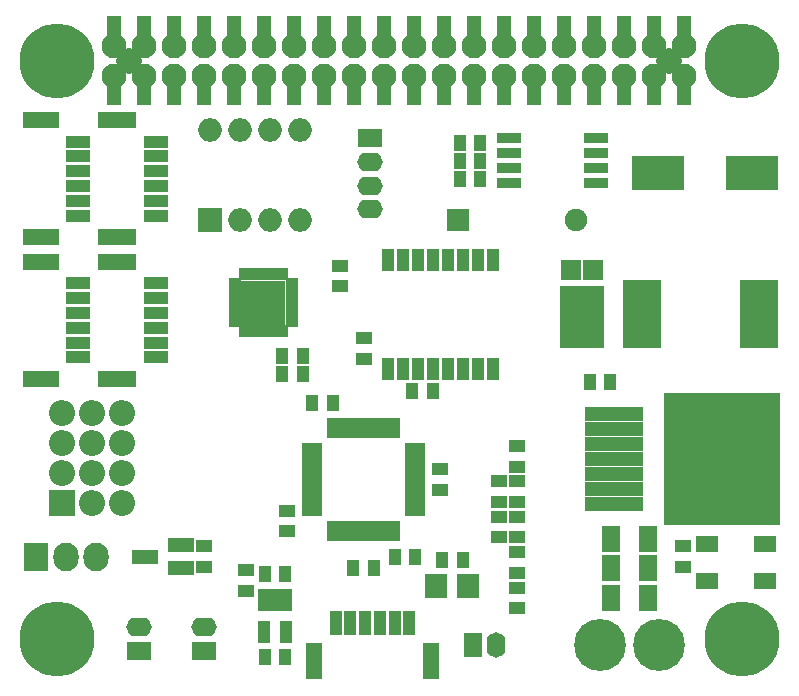
<source format=gbr>
G04 #@! TF.GenerationSoftware,KiCad,Pcbnew,5.0.0-rc2-dev-unknown-41ac458~64~ubuntu17.10.1*
G04 #@! TF.CreationDate,2018-04-19T23:44:08+03:00*
G04 #@! TF.ProjectId,obc-drone-hat,6F62632D64726F6E652D6861742E6B69,rev?*
G04 #@! TF.SameCoordinates,Original*
G04 #@! TF.FileFunction,Soldermask,Top*
G04 #@! TF.FilePolarity,Negative*
%FSLAX46Y46*%
G04 Gerber Fmt 4.6, Leading zero omitted, Abs format (unit mm)*
G04 Created by KiCad (PCBNEW 5.0.0-rc2-dev-unknown-41ac458~64~ubuntu17.10.1) date Thu Apr 19 23:44:08 2018*
%MOMM*%
%LPD*%
G01*
G04 APERTURE LIST*
%ADD10R,9.800000X11.200000*%
%ADD11R,5.000000X1.200000*%
%ADD12R,1.400000X1.070000*%
%ADD13R,1.070000X1.400000*%
%ADD14R,1.645000X2.200000*%
%ADD15R,4.400000X2.900000*%
%ADD16R,1.050000X1.960000*%
%ADD17R,2.150000X0.950000*%
%ADD18R,0.650000X1.700000*%
%ADD19R,1.700000X0.650000*%
%ADD20R,1.900000X0.800000*%
%ADD21R,1.900000X1.400000*%
%ADD22R,3.300000X5.800000*%
%ADD23O,2.000000X2.000000*%
%ADD24R,2.000000X2.000000*%
%ADD25R,1.400000X3.100000*%
%ADD26R,1.000000X2.100000*%
%ADD27R,3.200000X1.400000*%
%ADD28R,2.100000X1.000000*%
%ADD29O,2.130000X2.430000*%
%ADD30R,2.130000X2.430000*%
%ADD31O,1.600000X2.150000*%
%ADD32R,1.600000X2.150000*%
%ADD33O,2.150000X1.600000*%
%ADD34R,2.150000X1.600000*%
%ADD35R,2.300000X1.200000*%
%ADD36R,3.100000X1.400000*%
%ADD37R,3.850000X3.850000*%
%ADD38R,0.650000X1.100000*%
%ADD39R,1.100000X0.650000*%
%ADD40R,1.000000X1.900000*%
%ADD41R,3.760000X5.260000*%
%ADD42R,1.790000X1.800000*%
%ADD43C,6.350000*%
%ADD44O,2.200000X2.200000*%
%ADD45R,2.200000X2.200000*%
%ADD46C,2.180000*%
%ADD47R,1.289000X2.080000*%
%ADD48C,2.100000*%
%ADD49C,0.900000*%
%ADD50C,4.400000*%
%ADD51R,1.900000X1.900000*%
%ADD52C,1.900000*%
G04 APERTURE END LIST*
D10*
X189875000Y-121250000D03*
D11*
X180725000Y-125060000D03*
X180725000Y-123790000D03*
X180725000Y-122520000D03*
X180725000Y-121250000D03*
X180725000Y-119980000D03*
X180725000Y-118710000D03*
X180725000Y-117440000D03*
D12*
X171000000Y-126125000D03*
X171000000Y-127875000D03*
X171000000Y-124875000D03*
X171000000Y-123125000D03*
D13*
X156875000Y-116500000D03*
X155125000Y-116500000D03*
D12*
X166000000Y-123875000D03*
X166000000Y-122125000D03*
X153000000Y-125625000D03*
X153000000Y-127375000D03*
D13*
X162125000Y-129500000D03*
X163875000Y-129500000D03*
D12*
X186500000Y-128625000D03*
X186500000Y-130375000D03*
D13*
X151125000Y-138000000D03*
X152875000Y-138000000D03*
X151125000Y-131000000D03*
X152875000Y-131000000D03*
X154375000Y-114000000D03*
X152625000Y-114000000D03*
X154375000Y-112500000D03*
X152625000Y-112500000D03*
D12*
X159500000Y-111025000D03*
X159500000Y-112775000D03*
D13*
X180375000Y-114750000D03*
X178625000Y-114750000D03*
D14*
X183592500Y-133000000D03*
X180407500Y-133000000D03*
X183592500Y-130500000D03*
X180407500Y-130500000D03*
X183592500Y-128000000D03*
X180407500Y-128000000D03*
D15*
X184420000Y-97000000D03*
X192420000Y-97000000D03*
D16*
X152950000Y-135850000D03*
X151050000Y-135850000D03*
X151050000Y-133150000D03*
X152000000Y-133150000D03*
X152950000Y-133150000D03*
D17*
X171800000Y-97905000D03*
X171800000Y-96635000D03*
X171800000Y-95365000D03*
X171800000Y-94095000D03*
X179200000Y-94095000D03*
X179200000Y-95365000D03*
X179200000Y-96635000D03*
X179200000Y-97905000D03*
D18*
X162250000Y-127350000D03*
X161750000Y-127350000D03*
X161250000Y-127350000D03*
X160750000Y-127350000D03*
X160250000Y-127350000D03*
X159750000Y-127350000D03*
X159250000Y-127350000D03*
X158750000Y-127350000D03*
X158250000Y-127350000D03*
X157750000Y-127350000D03*
X157250000Y-127350000D03*
X156750000Y-127350000D03*
D19*
X155150000Y-125750000D03*
X155150000Y-125250000D03*
X155150000Y-124750000D03*
X155150000Y-124250000D03*
X155150000Y-123750000D03*
X155150000Y-123250000D03*
X155150000Y-122750000D03*
X155150000Y-122250000D03*
X155150000Y-121750000D03*
X155150000Y-121250000D03*
X155150000Y-120750000D03*
X155150000Y-120250000D03*
D18*
X156750000Y-118650000D03*
X157250000Y-118650000D03*
X157750000Y-118650000D03*
X158250000Y-118650000D03*
X158750000Y-118650000D03*
X159250000Y-118650000D03*
X159750000Y-118650000D03*
X160250000Y-118650000D03*
X160750000Y-118650000D03*
X161250000Y-118650000D03*
X161750000Y-118650000D03*
X162250000Y-118650000D03*
D19*
X163850000Y-120250000D03*
X163850000Y-120750000D03*
X163850000Y-121250000D03*
X163850000Y-121750000D03*
X163850000Y-122250000D03*
X163850000Y-122750000D03*
X163850000Y-123250000D03*
X163850000Y-123750000D03*
X163850000Y-124250000D03*
X163850000Y-124750000D03*
X163850000Y-125250000D03*
X163850000Y-125750000D03*
D20*
X168330000Y-131350000D03*
X168330000Y-132000000D03*
X168330000Y-132650000D03*
X165670000Y-132650000D03*
X165670000Y-132000000D03*
X165670000Y-131350000D03*
D21*
X193450000Y-131600000D03*
X193450000Y-128400000D03*
X188550000Y-131600000D03*
X188550000Y-128400000D03*
D22*
X192950000Y-109000000D03*
X183050000Y-109000000D03*
D13*
X169375000Y-97500000D03*
X167625000Y-97500000D03*
X169375000Y-96000000D03*
X167625000Y-96000000D03*
X169375000Y-94500000D03*
X167625000Y-94500000D03*
D12*
X172500000Y-132125000D03*
X172500000Y-133875000D03*
D13*
X158625000Y-130500000D03*
X160375000Y-130500000D03*
D12*
X172500000Y-129125000D03*
X172500000Y-130875000D03*
X172500000Y-121875000D03*
X172500000Y-120125000D03*
X172500000Y-126125000D03*
X172500000Y-127875000D03*
X172500000Y-124875000D03*
X172500000Y-123125000D03*
X149500000Y-130625000D03*
X149500000Y-132375000D03*
X146000000Y-130375000D03*
X146000000Y-128625000D03*
D13*
X166125000Y-129800000D03*
X167875000Y-129800000D03*
X163625000Y-115500000D03*
X165375000Y-115500000D03*
D12*
X157500000Y-104875000D03*
X157500000Y-106625000D03*
D23*
X146500000Y-93380000D03*
X154120000Y-101000000D03*
X149040000Y-93380000D03*
X151580000Y-101000000D03*
X151580000Y-93380000D03*
X149040000Y-101000000D03*
X154120000Y-93380000D03*
D24*
X146500000Y-101000000D03*
D25*
X165225000Y-138350000D03*
X155275000Y-138350000D03*
D26*
X163375000Y-135150000D03*
X162125000Y-135150000D03*
X160875000Y-135150000D03*
X159625000Y-135150000D03*
X158375000Y-135150000D03*
X157125000Y-135150000D03*
D27*
X138600000Y-104525000D03*
X138600000Y-114475000D03*
D28*
X141950000Y-106375000D03*
X141950000Y-107625000D03*
X141950000Y-108875000D03*
X141950000Y-110125000D03*
X141950000Y-111375000D03*
X141950000Y-112625000D03*
D29*
X136830000Y-129500000D03*
X134290000Y-129500000D03*
D30*
X131750000Y-129500000D03*
D31*
X170750000Y-137000000D03*
D32*
X168750000Y-137000000D03*
D33*
X160000000Y-100100000D03*
X160000000Y-98100000D03*
X160000000Y-96100000D03*
D34*
X160000000Y-94100000D03*
D27*
X138600000Y-92525000D03*
X138600000Y-102475000D03*
D28*
X141950000Y-94375000D03*
X141950000Y-95625000D03*
X141950000Y-96875000D03*
X141950000Y-98125000D03*
X141950000Y-99375000D03*
X141950000Y-100625000D03*
D33*
X140500000Y-135500000D03*
D34*
X140500000Y-137500000D03*
D33*
X146000000Y-135500000D03*
D34*
X146000000Y-137500000D03*
D35*
X141000000Y-129500000D03*
X144000000Y-128550000D03*
X144000000Y-130450000D03*
D36*
X132150000Y-102475000D03*
X132150000Y-92525000D03*
D28*
X135350000Y-100625000D03*
X135350000Y-99375000D03*
X135350000Y-98125000D03*
X135350000Y-96875000D03*
X135350000Y-95625000D03*
X135350000Y-94375000D03*
D36*
X132150000Y-114475000D03*
X132150000Y-104525000D03*
D28*
X135350000Y-112625000D03*
X135350000Y-111375000D03*
X135350000Y-110125000D03*
X135350000Y-108875000D03*
X135350000Y-107625000D03*
X135350000Y-106375000D03*
D37*
X151000000Y-108000000D03*
D38*
X152750000Y-110400000D03*
X152250000Y-110400000D03*
X151750000Y-110400000D03*
X151250000Y-110400000D03*
X150750000Y-110400000D03*
X150250000Y-110400000D03*
X149750000Y-110400000D03*
X149250000Y-110400000D03*
D39*
X148600000Y-109750000D03*
X148600000Y-109250000D03*
X148600000Y-108750000D03*
X148600000Y-108250000D03*
X148600000Y-107750000D03*
X148600000Y-107250000D03*
X148600000Y-106750000D03*
X148600000Y-106250000D03*
D38*
X149250000Y-105600000D03*
X149750000Y-105600000D03*
X150250000Y-105600000D03*
X150750000Y-105600000D03*
X151250000Y-105600000D03*
X151750000Y-105600000D03*
X152250000Y-105600000D03*
X152750000Y-105600000D03*
D39*
X153400000Y-106250000D03*
X153400000Y-106750000D03*
X153400000Y-107250000D03*
X153400000Y-107750000D03*
X153400000Y-108250000D03*
X153400000Y-108750000D03*
X153400000Y-109250000D03*
X153400000Y-109750000D03*
D40*
X161555000Y-104350000D03*
X162825000Y-104350000D03*
X164095000Y-104350000D03*
X165365000Y-104350000D03*
X166635000Y-104350000D03*
X167905000Y-104350000D03*
X169175000Y-104350000D03*
X170445000Y-104350000D03*
X170445000Y-113650000D03*
X169175000Y-113650000D03*
X167905000Y-113650000D03*
X166635000Y-113650000D03*
X165365000Y-113650000D03*
X164095000Y-113650000D03*
X162825000Y-113650000D03*
X161555000Y-113650000D03*
D41*
X178000000Y-109232000D03*
D42*
X177080000Y-105250000D03*
X178920000Y-105250000D03*
D43*
X133500000Y-87500000D03*
X191500000Y-87500000D03*
X133500000Y-136500000D03*
X191500000Y-136500000D03*
D44*
X139080000Y-117380000D03*
X136540000Y-117380000D03*
X134000000Y-117380000D03*
X139080000Y-119920000D03*
X136540000Y-119920000D03*
X134000000Y-119920000D03*
X139080000Y-122460000D03*
X136540000Y-122460000D03*
X134000000Y-122460000D03*
X139080000Y-125000000D03*
X136540000Y-125000000D03*
D45*
X134000000Y-125000000D03*
D46*
X185360000Y-87500000D03*
X139640000Y-87500000D03*
D47*
X186630000Y-84780000D03*
X186630000Y-90220000D03*
X184090000Y-84780000D03*
X184090000Y-90220000D03*
X181550000Y-84780000D03*
X181550000Y-90220000D03*
X179010000Y-84780000D03*
X179010000Y-90220000D03*
X176470000Y-84780000D03*
X176470000Y-90220000D03*
X173930000Y-84780000D03*
X173930000Y-90220000D03*
X171390000Y-84780000D03*
X171390000Y-90220000D03*
X168850000Y-84780000D03*
X168850000Y-90220000D03*
X166310000Y-84780000D03*
X166310000Y-90220000D03*
X163770000Y-84780000D03*
X163770000Y-90220000D03*
X161230000Y-84780000D03*
X161230000Y-90220000D03*
X158690000Y-84780000D03*
X158690000Y-90220000D03*
X156150000Y-84780000D03*
X156150000Y-90220000D03*
X153610000Y-84780000D03*
X153610000Y-90220000D03*
X151070000Y-84780000D03*
X151070000Y-90220000D03*
X148530000Y-84780000D03*
X148530000Y-90220000D03*
X145990000Y-84780000D03*
X145990000Y-90220000D03*
X143450000Y-84780000D03*
X143450000Y-90220000D03*
X140910000Y-84780000D03*
X140910000Y-90220000D03*
X138370000Y-84780000D03*
X138370000Y-90220000D03*
D48*
X186630000Y-86230000D03*
X186630000Y-88770000D03*
X184090000Y-86230000D03*
X184090000Y-88770000D03*
X181550000Y-86230000D03*
X181550000Y-88770000D03*
X179010000Y-86230000D03*
X179010000Y-88770000D03*
X176470000Y-86230000D03*
X176470000Y-88770000D03*
X173930000Y-86230000D03*
X173930000Y-88770000D03*
X171390000Y-86230000D03*
X171390000Y-88770000D03*
X168850000Y-86230000D03*
X168850000Y-88770000D03*
X166310000Y-86230000D03*
X166310000Y-88770000D03*
X163770000Y-86230000D03*
X163770000Y-88770000D03*
X161230000Y-86230000D03*
X161230000Y-88770000D03*
X158690000Y-86230000D03*
X158690000Y-88770000D03*
X156150000Y-86230000D03*
X156150000Y-88770000D03*
X153610000Y-86230000D03*
X153610000Y-88770000D03*
X151070000Y-86230000D03*
X151070000Y-88770000D03*
X148530000Y-86230000D03*
X148530000Y-88770000D03*
X145990000Y-86230000D03*
X145990000Y-88770000D03*
X143450000Y-86230000D03*
X143450000Y-88770000D03*
X140910000Y-86230000D03*
X140910000Y-88770000D03*
X138370000Y-86230000D03*
X138370000Y-88770000D03*
D49*
X185972243Y-136150000D03*
X185972243Y-137850000D03*
X184500000Y-138700000D03*
X183027757Y-137850000D03*
X183027757Y-136150000D03*
X184500000Y-135300000D03*
X180972243Y-136150000D03*
X180972243Y-137850000D03*
X179500000Y-138700000D03*
X178027757Y-137850000D03*
X178027757Y-136150000D03*
X179500000Y-135300000D03*
D50*
X184500000Y-137000000D03*
X179500000Y-137000000D03*
D51*
X167500000Y-101000000D03*
D52*
X177500000Y-101000000D03*
M02*

</source>
